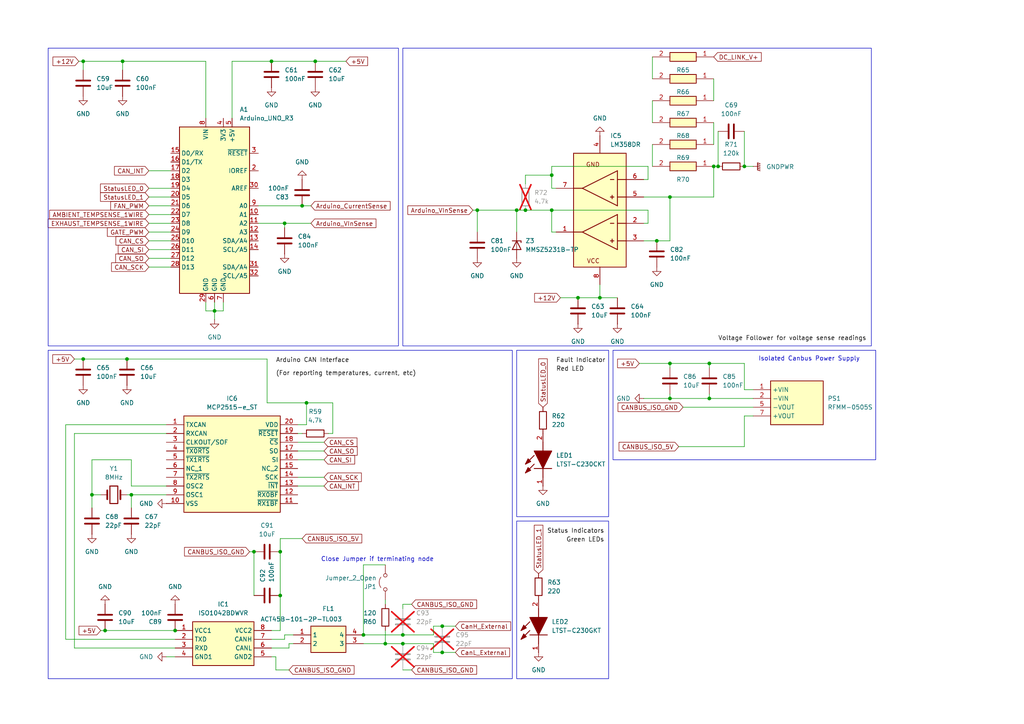
<source format=kicad_sch>
(kicad_sch (version 20250114) (generator "eeschema") (generator_version "9.0")
  (paper "A4")
  (lib_symbols
    (symbol "Device:C" (pin_numbers (hide yes)) (pin_names (offset 0.254))
      (property "Reference" "C" (at 0.635 2.54 0))
      (property "Value" "C" (at 0.635 -2.54 0))
      (symbol "C_1_1"
        (pin passive line (at 0 3.81 270) (length 2.794) (name "~") (number "1"))
        (pin passive line (at 0 -3.81 90) (length 2.794) (name "~") (number "2"))
      )
    )
    (symbol "Device:Crystal" (pin_numbers (hide yes)) (pin_names (offset 1.016) (hide yes))
      (property "Reference" "Y" (at 0 3.81 0))
      (property "Value" "Crystal" (at 0 -3.81 0))
      (symbol "Crystal_1_1"
        (pin passive line (at -3.81 0 0) (length 1.27) (name "1") (number "1"))
        (pin passive line (at 3.81 0 180) (length 1.27) (name "2") (number "2"))
      )
    )
    (symbol "Device:D_Zener" (pin_numbers (hide yes)) (pin_names (offset 1.016) (hide yes))
      (property "Reference" "D" (at 0 2.54 0))
      (property "Value" "D_Zener" (at 0 -2.54 0))
      (symbol "D_Zener_1_1"
        (pin passive line (at -3.81 0 0) (length 2.54) (name "K") (number "1"))
        (pin passive line (at 3.81 0 180) (length 2.54) (name "A") (number "2"))
      )
    )
    (symbol "Device:R" (pin_numbers (hide yes)) (pin_names (offset 0))
      (property "Reference" "R" (at 2.032 0 90))
      (property "Value" "R" (at 0 0 90))
      (symbol "R_1_1"
        (pin passive line (at 0 3.81 270) (length 1.27) (name "~") (number "1"))
        (pin passive line (at 0 -3.81 90) (length 1.27) (name "~") (number "2"))
      )
    )
    (symbol "InverterCom:ACT45B-101-2P-TL003"
      (property "Reference" "FL" (at 16.51 7.62 0))
      (property "Value" "ACT45B-101-2P-TL003" (at 16.51 5.08 0))
      (symbol "ACT45B-101-2P-TL003_1_1"
        (pin passive line (at 0 0 0) (length 5.08) (name "1") (number "1"))
        (pin passive line (at 0 -2.54 0) (length 5.08) (name "2") (number "2"))
        (pin passive line (at 20.32 0 180) (length 5.08) (name "4") (number "4"))
        (pin passive line (at 20.32 -2.54 180) (length 5.08) (name "3") (number "3"))
      )
    )
    (symbol "InverterCom:ISO1042BDWVR"
      (property "Reference" "IC" (at 24.13 7.62 0))
      (property "Value" "ISO1042BDWVR" (at 24.13 5.08 0))
      (symbol "ISO1042BDWVR_1_1"
        (pin passive line (at 0 0 0) (length 5.08) (name "VCC1") (number "1"))
        (pin passive line (at 0 -2.54 0) (length 5.08) (name "TXD") (number "2"))
        (pin passive line (at 0 -5.08 0) (length 5.08) (name "RXD") (number "3"))
        (pin passive line (at 0 -7.62 0) (length 5.08) (name "GND1") (number "4"))
        (pin passive line (at 27.94 0 180) (length 5.08) (name "VCC2") (number "8"))
        (pin passive line (at 27.94 -2.54 180) (length 5.08) (name "CANH") (number "7"))
        (pin passive line (at 27.94 -5.08 180) (length 5.08) (name "CANL") (number "6"))
        (pin passive line (at 27.94 -7.62 180) (length 5.08) (name "GND2") (number "5"))
      )
    )
    (symbol "InverterCom:LM358DR" (pin_names (hide yes))
      (property "Reference" "IC" (at 22.86 17.78 0))
      (property "Value" "LM358DR" (at 22.86 15.24 0))
      (symbol "LM358DR_1_1"
        (text "VCC" (at 12.7 5.08 0) (effects (font (size 1.27 1.27)) (justify left top)))
        (text "GND" (at 12.7 -22.86 0) (effects (font (size 1.27 1.27)) (justify left top)))
        (pin passive line (at 0 0 0) (length 5.08) (name "IN1+") (number "3"))
        (pin passive line (at 0 -5.08 0) (length 5.08) (name "IN1-") (number "2"))
        (pin passive line (at 0 -12.7 0) (length 5.08) (name "IN2+") (number "5"))
        (pin passive line (at 0 -17.78 0) (length 5.08) (name "IN2-") (number "6"))
        (pin passive line (at 12.7 12.7 270) (length 5.08) (name "V+") (number "8"))
        (pin passive line (at 12.7 -30.48 90) (length 5.08) (name "V-") (number "4"))
        (pin passive line (at 25.4 -2.54 180) (length 5.08) (name "OUT1") (number "1"))
        (pin passive line (at 25.4 -15.24 180) (length 5.08) (name "OUT2") (number "7"))
      )
    )
    (symbol "InverterCom:LTST-C230CKT" (pin_names (hide yes))
      (property "Reference" "LED" (at 12.7 8.89 0))
      (property "Value" "LTST-C230CKT" (at 12.7 6.35 0))
      (symbol "LTST-C230CKT_1_1"
        (pin passive line (at 0 0 0) (length 2.54) (name "K") (number "1"))
        (pin passive line (at 15.24 0 180) (length 2.54) (name "A") (number "2"))
      )
    )
    (symbol "InverterCom:LTST-C230GKT" (pin_names (hide yes))
      (property "Reference" "LED" (at 12.7 8.89 0))
      (property "Value" "LTST-C230GKT" (at 12.7 6.35 0))
      (symbol "LTST-C230GKT_1_1"
        (pin passive line (at 0 0 0) (length 2.54) (name "K") (number "1"))
        (pin passive line (at 15.24 0 180) (length 2.54) (name "A") (number "2"))
      )
    )
    (symbol "InverterCom:MCP2515-e_ST"
      (property "Reference" "IC" (at 34.29 7.62 0))
      (property "Value" "MCP2515-e_ST" (at 34.29 5.08 0))
      (symbol "MCP2515-e_ST_1_1"
        (pin passive line (at 0 0 0) (length 5.08) (name "TXCAN") (number "1"))
        (pin passive line (at 0 -2.54 0) (length 5.08) (name "RXCAN") (number "2"))
        (pin passive line (at 0 -5.08 0) (length 5.08) (name "CLKOUT/SOF") (number "3"))
        (pin passive line (at 0 -7.62 0) (length 5.08) (name "~{TX0RTS}") (number "4"))
        (pin passive line (at 0 -10.16 0) (length 5.08) (name "~{TX1RTS}") (number "5"))
        (pin passive line (at 0 -12.7 0) (length 5.08) (name "NC_1") (number "6"))
        (pin passive line (at 0 -15.24 0) (length 5.08) (name "~{TX2RTS}") (number "7"))
        (pin passive line (at 0 -17.78 0) (length 5.08) (name "OSC2") (number "8"))
        (pin passive line (at 0 -20.32 0) (length 5.08) (name "OSC1") (number "9"))
        (pin passive line (at 0 -22.86 0) (length 5.08) (name "VSS") (number "10"))
        (pin passive line (at 38.1 0 180) (length 5.08) (name "VDD") (number "20"))
        (pin passive line (at 38.1 -2.54 180) (length 5.08) (name "~{RESET}") (number "19"))
        (pin passive line (at 38.1 -5.08 180) (length 5.08) (name "~{CS}") (number "18"))
        (pin passive line (at 38.1 -7.62 180) (length 5.08) (name "SO") (number "17"))
        (pin passive line (at 38.1 -10.16 180) (length 5.08) (name "SI") (number "16"))
        (pin passive line (at 38.1 -12.7 180) (length 5.08) (name "NC_2") (number "15"))
        (pin passive line (at 38.1 -15.24 180) (length 5.08) (name "SCK") (number "14"))
        (pin passive line (at 38.1 -17.78 180) (length 5.08) (name "~{INT}") (number "13"))
        (pin passive line (at 38.1 -20.32 180) (length 5.08) (name "~{RX0BF}") (number "12"))
        (pin passive line (at 38.1 -22.86 180) (length 5.08) (name "~{RX1BF}") (number "11"))
      )
    )
    (symbol "InverterCom:RC2512JK-071ML" (pin_names (hide yes))
      (property "Reference" "R" (at 13.97 6.35 0))
      (property "Value" "RC2512JK-071ML" (at 13.97 3.81 0))
      (symbol "RC2512JK-071ML_1_1"
        (pin passive line (at 0 0 0) (length 5.08) (name "1") (number "1"))
        (pin passive line (at 17.78 0 180) (length 5.08) (name "2") (number "2"))
      )
    )
    (symbol "InverterCom:RFMM-0505S"
      (property "Reference" "PS" (at 21.59 7.62 0))
      (property "Value" "RFMM-0505S" (at 21.59 5.08 0))
      (symbol "RFMM-0505S_1_1"
        (pin passive line (at 0 0 0) (length 5.08) (name "+VIN") (number "1"))
        (pin passive line (at 0 -2.54 0) (length 5.08) (name "-VIN") (number "2"))
        (pin passive line (at 0 -5.08 0) (length 5.08) (name "-VOUT") (number "5"))
        (pin passive line (at 0 -7.62 0) (length 5.08) (name "+VOUT") (number "7"))
      )
    )
    (symbol "Jumper:Jumper_2_Open" (pin_numbers (hide yes)) (pin_names (offset 0) (hide yes)) (exclude_from_sim yes)
      (property "Reference" "JP" (at 0 2.794 0))
      (property "Value" "Jumper_2_Open" (at 0 -2.286 0))
      (symbol "Jumper_2_Open_1_1"
        (pin passive line (at -5.08 0 0) (length 2.54) (name "A") (number "1"))
        (pin passive line (at 5.08 0 180) (length 2.54) (name "B") (number "2"))
      )
    )
    (symbol "MCU_Module:Arduino_UNO_R3"
      (property "Reference" "A" (at -10.16 23.495 0))
      (property "Value" "Arduino_UNO_R3" (at 5.08 -26.67 0))
      (symbol "Arduino_UNO_R3_1_1"
        (pin bidirectional line (at -12.7 15.24 0) (length 2.54) (name "D0/RX") (number "15"))
        (pin bidirectional line (at -12.7 12.7 0) (length 2.54) (name "D1/TX") (number "16"))
        (pin bidirectional line (at -12.7 10.16 0) (length 2.54) (name "D2") (number "17"))
        (pin bidirectional line (at -12.7 7.62 0) (length 2.54) (name "D3") (number "18"))
        (pin bidirectional line (at -12.7 5.08 0) (length 2.54) (name "D4") (number "19"))
        (pin bidirectional line (at -12.7 2.54 0) (length 2.54) (name "D5") (number "20"))
        (pin bidirectional line (at -12.7 0 0) (length 2.54) (name "D6") (number "21"))
        (pin bidirectional line (at -12.7 -2.54 0) (length 2.54) (name "D7") (number "22"))
        (pin bidirectional line (at -12.7 -5.08 0) (length 2.54) (name "D8") (number "23"))
        (pin bidirectional line (at -12.7 -7.62 0) (length 2.54) (name "D9") (number "24"))
        (pin bidirectional line (at -12.7 -10.16 0) (length 2.54) (name "D10") (number "25"))
        (pin bidirectional line (at -12.7 -12.7 0) (length 2.54) (name "D11") (number "26"))
        (pin bidirectional line (at -12.7 -15.24 0) (length 2.54) (name "D12") (number "27"))
        (pin bidirectional line (at -12.7 -17.78 0) (length 2.54) (name "D13") (number "28"))
        (pin no_connect line (at -10.16 -20.32 0) (length 2.54) (hide yes) (name "NC") (number "1"))
        (pin power_in line (at -2.54 25.4 270) (length 2.54) (name "VIN") (number "8"))
        (pin power_in line (at -2.54 -27.94 90) (length 2.54) (name "GND") (number "29"))
        (pin power_in line (at 0 -27.94 90) (length 2.54) (name "GND") (number "6"))
        (pin power_out line (at 2.54 25.4 270) (length 2.54) (name "3V3") (number "4"))
        (pin power_in line (at 2.54 -27.94 90) (length 2.54) (name "GND") (number "7"))
        (pin power_out line (at 5.08 25.4 270) (length 2.54) (name "+5V") (number "5"))
        (pin input line (at 12.7 15.24 180) (length 2.54) (name "~{RESET}") (number "3"))
        (pin output line (at 12.7 10.16 180) (length 2.54) (name "IOREF") (number "2"))
        (pin input line (at 12.7 5.08 180) (length 2.54) (name "AREF") (number "30"))
        (pin bidirectional line (at 12.7 0 180) (length 2.54) (name "A0") (number "9"))
        (pin bidirectional line (at 12.7 -2.54 180) (length 2.54) (name "A1") (number "10"))
        (pin bidirectional line (at 12.7 -5.08 180) (length 2.54) (name "A2") (number "11"))
        (pin bidirectional line (at 12.7 -7.62 180) (length 2.54) (name "A3") (number "12"))
        (pin bidirectional line (at 12.7 -10.16 180) (length 2.54) (name "SDA/A4") (number "13"))
        (pin bidirectional line (at 12.7 -12.7 180) (length 2.54) (name "SCL/A5") (number "14"))
        (pin bidirectional line (at 12.7 -17.78 180) (length 2.54) (name "SDA/A4") (number "31"))
        (pin bidirectional line (at 12.7 -20.32 180) (length 2.54) (name "SCL/A5") (number "32"))
      )
    )
    (symbol "power:GND" (power) (pin_numbers (hide yes)) (pin_names (offset 0) (hide yes))
      (property "Value" "GND" (at 0 -3.81 0))
      (symbol "GND_1_1"
        (pin power_in line (at 0 0 270) (length 0) (name "~") (number "1"))
      )
    )
    (symbol "power:GNDPWR" (power) (pin_numbers (hide yes)) (pin_names (offset 0) (hide yes))
      (property "Value" "GNDPWR" (at 0 -3.302 0))
      (symbol "GNDPWR_1_1"
        (pin power_in line (at 0 0 270) (length 0) (name "~") (number "1"))
      )
    )
  )
  (rectangle (start 116.84 13.97) (end 252.73 100.33))
  (rectangle (start 177.8 101.6) (end 254 133.35))
  (rectangle (start 13.97 101.6) (end 148.59 196.85))
  (rectangle (start 149.86 101.6) (end 176.53 149.86))
  (rectangle (start 149.86 151.13) (end 176.53 196.85))
  (rectangle (start 13.97 13.97) (end 115.57 100.33))
  (text "Close Jumper if terminating node\n" (at 109.474 162.306 0) (effects (font (size 1.27 1.27))))
  (text "Isolated Canbus Power Supply\n" (at 234.696 104.14 0) (effects (font (size 1.27 1.27))))
  (junction (at 205.74 115.57))
  (junction (at 208.28 48.26))
  (junction (at 138.43 60.96))
  (junction (at 116.84 184.15))
  (junction (at 26.67 143.51))
  (junction (at 207.01 48.26))
  (junction (at 160.02 50.8))
  (junction (at 24.13 104.14))
  (junction (at 30.48 182.88))
  (junction (at 105.41 184.15))
  (junction (at 205.74 105.41))
  (junction (at 116.84 186.69))
  (junction (at 190.5 69.85))
  (junction (at 91.44 17.78))
  (junction (at 87.63 59.69))
  (junction (at 173.99 86.36))
  (junction (at 24.13 17.78))
  (junction (at 81.28 172.72))
  (junction (at 88.9 116.84))
  (junction (at 128.27 181.61))
  (junction (at 167.64 86.36))
  (junction (at 50.8 182.88))
  (junction (at 128.27 189.23))
  (junction (at 111.76 186.69))
  (junction (at 152.4 60.96))
  (junction (at 36.83 104.14))
  (junction (at 194.31 115.57))
  (junction (at 194.31 57.15))
  (junction (at 149.86 60.96))
  (junction (at 78.74 17.78))
  (junction (at 194.31 105.41))
  (junction (at 38.1 143.51))
  (junction (at 82.55 64.77))
  (junction (at 160.02 60.96))
  (junction (at 215.9 48.26))
  (junction (at 81.28 160.02))
  (junction (at 62.23 90.17))
  (junction (at 73.66 160.02))
  (junction (at 35.56 17.78))
  (wire (pts (xy 116.84 194.31) (xy 119.38 194.31)))
  (wire (pts (xy 125.73 181.61) (xy 125.73 184.15)))
  (wire (pts (xy 194.31 105.41) (xy 194.31 106.68)))
  (wire (pts (xy 205.74 105.41) (xy 215.9 105.41)))
  (wire (pts (xy 86.36 133.35) (xy 93.98 133.35)))
  (wire (pts (xy 194.31 115.57) (xy 205.74 115.57)))
  (wire (pts (xy 81.28 160.02) (xy 81.28 172.72)))
  (wire (pts (xy 128.27 189.23) (xy 132.08 189.23)))
  (wire (pts (xy 43.18 57.15) (xy 49.53 57.15)))
  (wire (pts (xy 86.36 125.73) (xy 87.63 125.73)))
  (wire (pts (xy 80.01 190.5) (xy 78.74 190.5)))
  (wire (pts (xy 105.41 186.69) (xy 111.76 186.69)))
  (wire (pts (xy 74.93 59.69) (xy 87.63 59.69)))
  (wire (pts (xy 19.05 123.19) (xy 19.05 185.42)))
  (wire (pts (xy 82.55 64.77) (xy 90.17 64.77)))
  (wire (pts (xy 80.01 194.31) (xy 80.01 190.5)))
  (wire (pts (xy 198.12 118.11) (xy 218.44 118.11)))
  (wire (pts (xy 205.74 105.41) (xy 205.74 106.68)))
  (wire (pts (xy 26.67 143.51) (xy 26.67 147.32)))
  (wire (pts (xy 77.47 116.84) (xy 88.9 116.84)))
  (wire (pts (xy 96.52 116.84) (xy 88.9 116.84)))
  (wire (pts (xy 208.28 38.1) (xy 208.28 48.26)))
  (wire (pts (xy 35.56 17.78) (xy 59.69 17.78)))
  (wire (pts (xy 205.74 115.57) (xy 218.44 115.57)))
  (wire (pts (xy 26.67 133.35) (xy 26.67 143.51)))
  (wire (pts (xy 81.28 156.21) (xy 81.28 160.02)))
  (wire (pts (xy 111.76 186.69) (xy 116.84 186.69)))
  (wire (pts (xy 207.01 48.26) (xy 208.28 48.26)))
  (wire (pts (xy 137.16 60.96) (xy 138.43 60.96)))
  (wire (pts (xy 21.59 125.73) (xy 21.59 187.96)))
  (wire (pts (xy 95.25 125.73) (xy 96.52 125.73)))
  (wire (pts (xy 207.01 29.21) (xy 207.01 22.86)))
  (wire (pts (xy 128.27 181.61) (xy 132.08 181.61)))
  (wire (pts (xy 43.18 49.53) (xy 49.53 49.53)))
  (wire (pts (xy 29.21 182.88) (xy 30.48 182.88)))
  (wire (pts (xy 43.18 74.93) (xy 49.53 74.93)))
  (wire (pts (xy 21.59 104.14) (xy 24.13 104.14)))
  (wire (pts (xy 105.41 184.15) (xy 116.84 184.15)))
  (wire (pts (xy 83.82 186.69) (xy 85.09 186.69)))
  (wire (pts (xy 30.48 182.88) (xy 50.8 182.88)))
  (wire (pts (xy 167.64 86.36) (xy 173.99 86.36)))
  (wire (pts (xy 67.31 17.78) (xy 78.74 17.78)))
  (wire (pts (xy 207.01 48.26) (xy 207.01 57.15)))
  (wire (pts (xy 160.02 54.61) (xy 161.29 54.61)))
  (wire (pts (xy 67.31 34.29) (xy 67.31 17.78)))
  (wire (pts (xy 152.4 53.34) (xy 152.4 50.8)))
  (wire (pts (xy 82.55 185.42) (xy 78.74 185.42)))
  (wire (pts (xy 179.07 86.36) (xy 173.99 86.36)))
  (wire (pts (xy 48.26 190.5) (xy 50.8 190.5)))
  (wire (pts (xy 149.86 60.96) (xy 152.4 60.96)))
  (wire (pts (xy 24.13 17.78) (xy 35.56 17.78)))
  (wire (pts (xy 185.42 105.41) (xy 194.31 105.41)))
  (wire (pts (xy 187.96 52.07) (xy 186.69 52.07)))
  (wire (pts (xy 96.52 125.73) (xy 96.52 116.84)))
  (wire (pts (xy 189.23 22.86) (xy 189.23 16.51)))
  (wire (pts (xy 77.47 116.84) (xy 77.47 104.14)))
  (wire (pts (xy 62.23 90.17) (xy 62.23 92.71)))
  (wire (pts (xy 194.31 57.15) (xy 207.01 57.15)))
  (wire (pts (xy 189.23 48.26) (xy 189.23 41.91)))
  (wire (pts (xy 38.1 147.32) (xy 38.1 143.51)))
  (wire (pts (xy 24.13 104.14) (xy 36.83 104.14)))
  (wire (pts (xy 22.86 17.78) (xy 24.13 17.78)))
  (wire (pts (xy 218.44 120.65) (xy 215.9 120.65)))
  (wire (pts (xy 152.4 50.8) (xy 160.02 50.8)))
  (wire (pts (xy 187.96 52.07) (xy 187.96 48.26)))
  (wire (pts (xy 160.02 50.8) (xy 160.02 54.61)))
  (wire (pts (xy 43.18 69.85) (xy 49.53 69.85)))
  (wire (pts (xy 83.82 186.69) (xy 83.82 187.96)))
  (wire (pts (xy 81.28 182.88) (xy 78.74 182.88)))
  (wire (pts (xy 43.18 59.69) (xy 49.53 59.69)))
  (wire (pts (xy 43.18 64.77) (xy 49.53 64.77)))
  (wire (pts (xy 83.82 187.96) (xy 78.74 187.96)))
  (wire (pts (xy 24.13 20.32) (xy 24.13 17.78)))
  (wire (pts (xy 111.76 163.83) (xy 105.41 163.83)))
  (wire (pts (xy 35.56 20.32) (xy 35.56 17.78)))
  (wire (pts (xy 194.31 57.15) (xy 194.31 69.85)))
  (wire (pts (xy 43.18 72.39) (xy 49.53 72.39)))
  (wire (pts (xy 215.9 113.03) (xy 218.44 113.03)))
  (wire (pts (xy 81.28 172.72) (xy 81.28 182.88)))
  (wire (pts (xy 111.76 173.99) (xy 111.76 175.26)))
  (wire (pts (xy 125.73 181.61) (xy 128.27 181.61)))
  (wire (pts (xy 62.23 87.63) (xy 62.23 90.17)))
  (wire (pts (xy 111.76 182.88) (xy 111.76 186.69)))
  (wire (pts (xy 149.86 67.31) (xy 149.86 60.96)))
  (wire (pts (xy 91.44 17.78) (xy 100.33 17.78)))
  (wire (pts (xy 86.36 128.27) (xy 93.98 128.27)))
  (wire (pts (xy 43.18 54.61) (xy 49.53 54.61)))
  (wire (pts (xy 48.26 140.97) (xy 38.1 140.97)))
  (wire (pts (xy 190.5 69.85) (xy 186.69 69.85)))
  (wire (pts (xy 19.05 123.19) (xy 48.26 123.19)))
  (wire (pts (xy 36.83 143.51) (xy 38.1 143.51)))
  (wire (pts (xy 215.9 38.1) (xy 215.9 48.26)))
  (wire (pts (xy 187.96 48.26) (xy 160.02 48.26)))
  (wire (pts (xy 116.84 175.26) (xy 116.84 176.53)))
  (wire (pts (xy 186.69 115.57) (xy 194.31 115.57)))
  (wire (pts (xy 160.02 67.31) (xy 161.29 67.31)))
  (wire (pts (xy 194.31 105.41) (xy 205.74 105.41)))
  (wire (pts (xy 187.96 64.77) (xy 187.96 60.96)))
  (wire (pts (xy 196.85 129.54) (xy 215.9 129.54)))
  (wire (pts (xy 19.05 185.42) (xy 50.8 185.42)))
  (wire (pts (xy 72.39 160.02) (xy 73.66 160.02)))
  (wire (pts (xy 73.66 160.02) (xy 73.66 172.72)))
  (wire (pts (xy 125.73 189.23) (xy 128.27 189.23)))
  (wire (pts (xy 38.1 133.35) (xy 26.67 133.35)))
  (wire (pts (xy 87.63 156.21) (xy 81.28 156.21)))
  (wire (pts (xy 78.74 17.78) (xy 91.44 17.78)))
  (wire (pts (xy 43.18 77.47) (xy 49.53 77.47)))
  (wire (pts (xy 160.02 60.96) (xy 187.96 60.96)))
  (wire (pts (xy 82.55 184.15) (xy 82.55 185.42)))
  (wire (pts (xy 38.1 143.51) (xy 48.26 143.51)))
  (wire (pts (xy 205.74 114.3) (xy 205.74 115.57)))
  (wire (pts (xy 21.59 125.73) (xy 48.26 125.73)))
  (wire (pts (xy 138.43 60.96) (xy 138.43 67.31)))
  (wire (pts (xy 64.77 87.63) (xy 64.77 90.17)))
  (wire (pts (xy 21.59 187.96) (xy 50.8 187.96)))
  (wire (pts (xy 160.02 48.26) (xy 160.02 50.8)))
  (wire (pts (xy 86.36 140.97) (xy 93.98 140.97)))
  (wire (pts (xy 43.18 62.23) (xy 49.53 62.23)))
  (wire (pts (xy 38.1 140.97) (xy 38.1 133.35)))
  (wire (pts (xy 173.99 82.55) (xy 173.99 86.36)))
  (wire (pts (xy 59.69 17.78) (xy 59.69 34.29)))
  (wire (pts (xy 86.36 138.43) (xy 93.98 138.43)))
  (wire (pts (xy 215.9 120.65) (xy 215.9 129.54)))
  (wire (pts (xy 186.69 64.77) (xy 187.96 64.77)))
  (wire (pts (xy 186.69 57.15) (xy 194.31 57.15)))
  (wire (pts (xy 86.36 130.81) (xy 93.98 130.81)))
  (wire (pts (xy 59.69 90.17) (xy 62.23 90.17)))
  (wire (pts (xy 125.73 189.23) (xy 125.73 186.69)))
  (wire (pts (xy 83.82 194.31) (xy 80.01 194.31)))
  (wire (pts (xy 160.02 60.96) (xy 160.02 67.31)))
  (wire (pts (xy 26.67 143.51) (xy 29.21 143.51)))
  (wire (pts (xy 59.69 87.63) (xy 59.69 90.17)))
  (wire (pts (xy 194.31 69.85) (xy 190.5 69.85)))
  (wire (pts (xy 87.63 59.69) (xy 90.17 59.69)))
  (wire (pts (xy 116.84 184.15) (xy 125.73 184.15)))
  (wire (pts (xy 74.93 64.77) (xy 82.55 64.77)))
  (wire (pts (xy 105.41 163.83) (xy 105.41 184.15)))
  (wire (pts (xy 82.55 184.15) (xy 85.09 184.15)))
  (wire (pts (xy 116.84 186.69) (xy 125.73 186.69)))
  (wire (pts (xy 194.31 114.3) (xy 194.31 115.57)))
  (wire (pts (xy 86.36 123.19) (xy 88.9 123.19)))
  (wire (pts (xy 162.56 86.36) (xy 167.64 86.36)))
  (wire (pts (xy 43.18 67.31) (xy 49.53 67.31)))
  (wire (pts (xy 119.38 175.26) (xy 116.84 175.26)))
  (wire (pts (xy 189.23 35.56) (xy 189.23 29.21)))
  (wire (pts (xy 218.44 48.26) (xy 215.9 48.26)))
  (wire (pts (xy 207.01 41.91) (xy 207.01 35.56)))
  (wire (pts (xy 152.4 60.96) (xy 160.02 60.96)))
  (wire (pts (xy 64.77 90.17) (xy 62.23 90.17)))
  (wire (pts (xy 77.47 104.14) (xy 36.83 104.14)))
  (wire (pts (xy 215.9 105.41) (xy 215.9 113.03)))
  (wire (pts (xy 138.43 60.96) (xy 149.86 60.96)))
  (wire (pts (xy 82.55 64.77) (xy 82.55 66.04)))
  (wire (pts (xy 88.9 123.19) (xy 88.9 116.84)))
  (label "Arduino CAN Interface" (at 80.01 105.41 0))
  (label "(For reporting temperatures, current, etc)" (at 80.01 109.22 0))
  (label "Voltage Follower for voltage sense readings" (at 208.28 99.06 0))
  (label "Red LED" (at 161.29 107.95 0))
  (label "Status Indicators" (at 175.26 154.94 180))
  (label "Fault Indicator" (at 161.29 105.41 0))
  (label "Green LEDs" (at 175.26 157.48 180))
  (global_label "+5V" (shape input) (at 21.59 104.14 180) (property "Intersheetrefs" "${INTERSHEET_REFS}" (effects (hide yes))))
  (global_label "CANBUS_ISO_GND" (shape input) (at 72.39 160.02 180) (property "Intersheetrefs" "${INTERSHEET_REFS}" (effects (hide yes))))
  (global_label "GATE_PWM" (shape input) (at 43.18 67.31 180) (property "Intersheetrefs" "${INTERSHEET_REFS}" (effects (hide yes))))
  (global_label "CANBUS_ISO_5V" (shape input) (at 87.63 156.21 0) (property "Intersheetrefs" "${INTERSHEET_REFS}" (effects (hide yes))))
  (global_label "CANBUS_ISO_GND" (shape input) (at 198.12 118.11 180) (property "Intersheetrefs" "${INTERSHEET_REFS}" (effects (hide yes))))
  (global_label "+5V" (shape input) (at 29.21 182.88 180) (property "Intersheetrefs" "${INTERSHEET_REFS}" (effects (hide yes))))
  (global_label "CAN_SO" (shape input) (at 93.98 130.81 0) (property "Intersheetrefs" "${INTERSHEET_REFS}" (effects (hide yes))))
  (global_label "CANBUS_ISO_GND" (shape input) (at 119.38 175.26 0) (property "Intersheetrefs" "${INTERSHEET_REFS}" (effects (hide yes))))
  (global_label "CAN_INT" (shape input) (at 43.18 49.53 180) (property "Intersheetrefs" "${INTERSHEET_REFS}" (effects (hide yes))))
  (global_label "AMBIENT_TEMPSENSE_1WIRE" (shape input) (at 43.18 62.23 180) (property "Intersheetrefs" "${INTERSHEET_REFS}" (effects (hide yes))))
  (global_label "Arduino_CurrentSense" (shape input) (at 90.17 59.69 0) (property "Intersheetrefs" "${INTERSHEET_REFS}" (effects (hide yes))))
  (global_label "+5V" (shape input) (at 100.33 17.78 0) (property "Intersheetrefs" "${INTERSHEET_REFS}" (effects (hide yes))))
  (global_label "+12V" (shape input) (at 22.86 17.78 180) (property "Intersheetrefs" "${INTERSHEET_REFS}" (effects (hide yes))))
  (global_label "CANBUS_ISO_GND" (shape input) (at 119.38 194.31 0) (property "Intersheetrefs" "${INTERSHEET_REFS}" (effects (hide yes))))
  (global_label "CAN_SO" (shape input) (at 43.18 74.93 180) (property "Intersheetrefs" "${INTERSHEET_REFS}" (effects (hide yes))))
  (global_label "CAN_SI" (shape input) (at 43.18 72.39 180) (property "Intersheetrefs" "${INTERSHEET_REFS}" (effects (hide yes))))
  (global_label "CAN_SCK" (shape input) (at 43.18 77.47 180) (property "Intersheetrefs" "${INTERSHEET_REFS}" (effects (hide yes))))
  (global_label "CAN_CS" (shape input) (at 93.98 128.27 0) (property "Intersheetrefs" "${INTERSHEET_REFS}" (effects (hide yes))))
  (global_label "+12V" (shape input) (at 162.56 86.36 180) (property "Intersheetrefs" "${INTERSHEET_REFS}" (effects (hide yes))))
  (global_label "FAN_PWM" (shape input) (at 43.18 59.69 180) (property "Intersheetrefs" "${INTERSHEET_REFS}" (effects (hide yes))))
  (global_label "Arduino_VInSense" (shape input) (at 137.16 60.96 180) (property "Intersheetrefs" "${INTERSHEET_REFS}" (effects (hide yes))))
  (global_label "CAN_INT" (shape input) (at 93.98 140.97 0) (property "Intersheetrefs" "${INTERSHEET_REFS}" (effects (hide yes))))
  (global_label "CanH_External" (shape input) (at 132.08 181.61 0) (property "Intersheetrefs" "${INTERSHEET_REFS}" (effects (hide yes))))
  (global_label "StatusLED_0" (shape input) (at 43.18 54.61 180) (property "Intersheetrefs" "${INTERSHEET_REFS}" (effects (hide yes))))
  (global_label "CanL_External" (shape input) (at 132.08 189.23 0) (property "Intersheetrefs" "${INTERSHEET_REFS}" (effects (hide yes))))
  (global_label "CAN_SCK" (shape input) (at 93.98 138.43 0) (property "Intersheetrefs" "${INTERSHEET_REFS}" (effects (hide yes))))
  (global_label "CAN_CS" (shape input) (at 43.18 69.85 180) (property "Intersheetrefs" "${INTERSHEET_REFS}" (effects (hide yes))))
  (global_label "CANBUS_ISO_GND" (shape input) (at 83.82 194.31 0) (property "Intersheetrefs" "${INTERSHEET_REFS}" (effects (hide yes))))
  (global_label "+5V" (shape input) (at 185.42 105.41 180) (property "Intersheetrefs" "${INTERSHEET_REFS}" (effects (hide yes))))
  (global_label "StatusLED_0" (shape input) (at 157.48 118.11 90) (property "Intersheetrefs" "${INTERSHEET_REFS}" (effects (hide yes))))
  (global_label "StatusLED_1" (shape input) (at 156.21 166.37 90) (property "Intersheetrefs" "${INTERSHEET_REFS}" (effects (hide yes))))
  (global_label "StatusLED_1" (shape input) (at 43.18 57.15 180) (property "Intersheetrefs" "${INTERSHEET_REFS}" (effects (hide yes))))
  (global_label "DC_LINK_V+" (shape input) (at 207.01 16.51 0) (property "Intersheetrefs" "${INTERSHEET_REFS}" (effects (hide yes))))
  (global_label "EXHAUST_TEMPSENSE_1WIRE" (shape input) (at 43.18 64.77 180) (property "Intersheetrefs" "${INTERSHEET_REFS}" (effects (hide yes))))
  (global_label "Arduino_VInSense" (shape input) (at 90.17 64.77 0) (property "Intersheetrefs" "${INTERSHEET_REFS}" (effects (hide yes))))
  (global_label "CAN_SI" (shape input) (at 93.98 133.35 0) (property "Intersheetrefs" "${INTERSHEET_REFS}" (effects (hide yes))))
  (global_label "CANBUS_ISO_5V" (shape input) (at 196.85 129.54 180) (property "Intersheetrefs" "${INTERSHEET_REFS}" (effects (hide yes))))
  (symbol (lib_id "power:GND") (at 50.8 175.26 180) (unit 1)
    (property "Reference" "#PWR089" (effects (hide yes)))
    (property "Value" "GND" (at 50.8 170.18 0))
    (property "Description" "Power symbol creates a global label with name \"GND\" , ground" (effects (hide yes)))
  )
  (symbol (lib_id "InverterCom:ISO1042BDWVR") (at 50.8 182.88 0) (unit 1)
    (property "Reference" "IC1" (at 64.77 175.26 0))
    (property "Value" "ISO1042BDWVR" (at 64.77 177.8 0))
    (property "Footprint" "InverterCom:SOIC127P1150X280-8N" (effects (hide yes)))
    (property "Datasheet" "http://www.ti.com/lit/gpn/ISO1042" (effects (hide yes)))
    (property "Description" "Isolated CAN Transceiver With 70-V Bus Fault Protection and Flexible Data Rate" (effects (hide yes)))
    (property "Height" "2.8" (effects (hide yes)))
    (property "Mouser Part Number" "595-ISO1042BDWVR" (effects (hide yes)))
    (property "Mouser Price/Stock" "https://www.mouser.co.uk/ProductDetail/Texas-Instruments/ISO1042BDWVR?qs=qSfuJ%252Bfl%2Fd68DAhWt0GTEQ%3D%3D" (effects (hide yes)))
    (property "Manufacturer_Name" "Texas Instruments" (effects (hide yes)))
    (property "Manufacturer_Part_Number" "ISO1042BDWVR" (effects (hide yes)))
  )
  (symbol (lib_id "power:GND") (at 38.1 154.94 0) (unit 1)
    (property "Reference" "#PWR083" (effects (hide yes)))
    (property "Value" "GND" (at 38.1 160.02 0))
    (property "Description" "Power symbol creates a global label with name \"GND\" , ground" (effects (hide yes)))
  )
  (symbol (lib_id "Device:C") (at 190.5 73.66 0) (unit 1)
    (property "Reference" "C82" (at 194.31 72.3899 0) (effects (justify left)))
    (property "Value" "100nF" (at 194.31 74.9299 0) (effects (justify left)))
    (property "Footprint" "Capacitor_SMD:C_1210_3225Metric_Pad1.33x2.70mm_HandSolder" (effects (hide yes)))
    (property "Description" "Unpolarized capacitor" (effects (hide yes)))
  )
  (symbol (lib_id "Device:Crystal") (at 33.02 143.51 0) (unit 1)
    (property "Reference" "Y1" (at 33.02 135.89 0))
    (property "Value" "8MHz" (at 33.02 138.43 0))
    (property "Footprint" "Crystal:Crystal_HC49-4H_Vertical" (effects (hide yes)))
    (property "Description" "Two pin crystal" (effects (hide yes)))
  )
  (symbol (lib_id "power:GND") (at 62.23 92.71 0) (unit 1)
    (property "Reference" "#PWR06" (effects (hide yes)))
    (property "Value" "GND" (at 62.23 97.79 0))
    (property "Description" "Power symbol creates a global label with name \"GND\" , ground" (effects (hide yes)))
  )
  (symbol (lib_id "Device:R") (at 111.76 179.07 0) (unit 1)
    (property "Reference" "R60" (at 109.22 180.3401 0) (effects (justify right)))
    (property "Value" "120" (at 109.22 177.8001 0) (effects (justify right)))
    (property "Footprint" "Resistor_SMD:R_1210_3225Metric_Pad1.30x2.65mm_HandSolder" (effects (hide yes)))
    (property "Description" "Resistor" (effects (hide yes)))
  )
  (symbol (lib_id "MCU_Module:Arduino_UNO_R3") (at 62.23 59.69 0) (unit 1)
    (property "Reference" "A1" (at 69.5041 31.75 0) (effects (justify left)))
    (property "Value" "Arduino_UNO_R3" (at 69.5041 34.29 0) (effects (justify left)))
    (property "Footprint" "InverterCom:Arduino_UNO_R3_ModifiedCourtyard" (effects (hide yes)))
    (property "Datasheet" "https://www.arduino.cc/en/Main/arduinoBoardUno" (effects (hide yes)))
    (property "Description" "Arduino UNO Microcontroller Module, release 3" (effects (hide yes)))
  )
  (symbol (lib_id "InverterCom:RFMM-0505S") (at 218.44 113.03 0) (unit 1)
    (property "Reference" "PS1" (at 240.03 115.5699 0) (effects (justify left)))
    (property "Value" "RFMM-0505S" (at 240.03 118.1099 0) (effects (justify left)))
    (property "Footprint" "InverterCom:RFMM0505S" (effects (hide yes)))
    (property "Datasheet" "https://www.recom-power.com/pdf/Econoline/RFMM.pdf" (effects (hide yes)))
    (property "Description" "Isolated DC/DC Converters 1W 5Vin 5Vout 200mA SIP7" (effects (hide yes)))
    (property "Height" "10.7" (effects (hide yes)))
    (property "Mouser Part Number" "919-RFMM-0505S" (effects (hide yes)))
    (property "Mouser Price/Stock" "https://www.mouser.co.uk/ProductDetail/RECOM-Power/RFMM-0505S?qs=lYGu3FyN48cLA%2FDlNgurmw%3D%3D" (effects (hide yes)))
    (property "Manufacturer_Name" "RECOM Power" (effects (hide yes)))
    (property "Manufacturer_Part_Number" "RFMM-0505S" (effects (hide yes)))
  )
  (symbol (lib_id "Device:C") (at 116.84 190.5 0) (unit 1) (dnp yes)
    (property "Reference" "C94" (at 120.65 187.9599 0) (effects (justify left)))
    (property "Value" "22pF" (at 120.65 190.4999 0) (effects (justify left)))
    (property "Footprint" "Capacitor_SMD:C_1210_3225Metric_Pad1.33x2.70mm_HandSolder" (effects (hide yes)))
    (property "Description" "Unpolarized capacitor" (effects (hide yes)))
  )
  (symbol (lib_id "power:GND") (at 190.5 77.47 0) (unit 1)
    (property "Reference" "#PWR078" (effects (hide yes)))
    (property "Value" "GND" (at 190.5 82.55 0))
    (property "Description" "Power symbol creates a global label with name \"GND\" , ground" (effects (hide yes)))
  )
  (symbol (lib_id "power:GND") (at 36.83 111.76 0) (unit 1)
    (property "Reference" "#PWR081" (effects (hide yes)))
    (property "Value" "GND" (at 36.83 116.84 0))
    (property "Description" "Power symbol creates a global label with name \"GND\" , ground" (effects (hide yes)))
  )
  (symbol (lib_id "Device:C") (at 78.74 21.59 0) (unit 1)
    (property "Reference" "C61" (at 82.55 20.3199 0) (effects (justify left)))
    (property "Value" "100nF" (at 82.55 22.86 0) (effects (justify left)))
    (property "Footprint" "Capacitor_SMD:C_1210_3225Metric_Pad1.33x2.70mm_HandSolder" (effects (hide yes)))
    (property "Description" "Unpolarized capacitor" (effects (hide yes)))
  )
  (symbol (lib_id "Device:C") (at 24.13 107.95 0) (unit 1)
    (property "Reference" "C65" (at 27.94 106.6799 0) (effects (justify left)))
    (property "Value" "100nF" (at 27.94 109.22 0) (effects (justify left)))
    (property "Footprint" "Capacitor_SMD:C_1210_3225Metric_Pad1.33x2.70mm_HandSolder" (effects (hide yes)))
    (property "Description" "Unpolarized capacitor" (effects (hide yes)))
  )
  (symbol (lib_id "InverterCom:RC2512JK-071ML") (at 207.01 29.21 180) (unit 1)
    (property "Reference" "R67" (at 198.12 33.02 0))
    (property "Value" "RC2512JK-071ML" (effects (hide yes)))
    (property "Footprint" "InverterCom:RESC6431X65N" (effects (hide yes)))
    (property "Datasheet" "https://www.yageo.com/upload/media/product/products/datasheet/rchip/PYu-RC_Group_51_RoHS_L_12.pdf" (effects (hide yes)))
    (property "Description" "1 MOhms +/-5% 1W Chip Resistor 2512 (6432 Metric) Moisture Resistant Thick Film" (effects (hide yes)))
    (property "Height" "0.65" (effects (hide yes)))
    (property "Mouser Part Number" "603-RC2512JK-071ML" (effects (hide yes)))
    (property "Mouser Price/Stock" "https://www.mouser.co.uk/ProductDetail/YAGEO/RC2512JK-071ML?qs=Fz%2FrpjPuTcGzVNzRy4mnPw%3D%3D" (effects (hide yes)))
    (property "Manufacturer_Name" "YAGEO" (effects (hide yes)))
    (property "Manufacturer_Part_Number" "RC2512JK-071ML" (effects (hide yes)))
  )
  (symbol (lib_id "InverterCom:LM358DR") (at 186.69 69.85 180) (unit 1)
    (property "Reference" "IC5" (at 177.0065 39.37 0) (effects (justify right)))
    (property "Value" "LM358DR" (at 177.0065 41.91 0) (effects (justify right)))
    (property "Footprint" "InverterCom:SOIC127P600X175-8N" (effects (hide yes)))
    (property "Datasheet" "https://www.ti.com/lit/ds/symlink/lm358.pdf?ts=1593170624750&ref_url=https%253A%252F%252Fwww.ti.com%252Fstore%252Fti%252Fen%252Fp%252Fproduct%252F%253Fp%253DLM358DR%2526keyMatch%253DLM358DR%2526tisearch%253DSearch-EN-everything%2526usecase%253DOPN" (effects (hide yes)))
    (property "Description" "LM358DR, Operational Amplifier 0.7MHz 5 to 28V, 8-Pin SOIC" (effects (hide yes)))
    (property "Height" "1.75" (effects (hide yes)))
    (property "Mouser Part Number" "595-LM358DR" (effects (hide yes)))
    (property "Mouser Price/Stock" "https://www.mouser.co.uk/ProductDetail/Texas-Instruments/LM358DR?qs=Zu35EjizYSSY6pJ37yjmHA%3D%3D" (effects (hide yes)))
    (property "Manufacturer_Name" "Texas Instruments" (effects (hide yes)))
    (property "Manufacturer_Part_Number" "LM358DR" (effects (hide yes)))
  )
  (symbol (lib_id "power:GND") (at 167.64 93.98 0) (unit 1)
    (property "Reference" "#PWR068" (effects (hide yes)))
    (property "Value" "GND" (at 167.64 99.06 0))
    (property "Description" "Power symbol creates a global label with name \"GND\" , ground" (effects (hide yes)))
  )
  (symbol (lib_id "power:GND") (at 24.13 27.94 0) (unit 1)
    (property "Reference" "#PWR064" (effects (hide yes)))
    (property "Value" "GND" (at 24.13 33.02 0))
    (property "Description" "Power symbol creates a global label with name \"GND\" , ground" (effects (hide yes)))
  )
  (symbol (lib_id "power:GND") (at 48.26 146.05 270) (unit 1)
    (property "Reference" "#PWR082" (effects (hide yes)))
    (property "Value" "GND" (at 44.45 146.0499 90) (effects (justify right)))
    (property "Description" "Power symbol creates a global label with name \"GND\" , ground" (effects (hide yes)))
  )
  (symbol (lib_id "Device:C") (at 91.44 21.59 0) (unit 1)
    (property "Reference" "C62" (at 95.25 20.3199 0) (effects (justify left)))
    (property "Value" "10uF" (at 95.25 22.8599 0) (effects (justify left)))
    (property "Footprint" "Capacitor_SMD:C_1210_3225Metric_Pad1.33x2.70mm_HandSolder" (effects (hide yes)))
    (property "Description" "Unpolarized capacitor" (effects (hide yes)))
  )
  (symbol (lib_id "power:GNDPWR") (at 218.44 48.26 90) (unit 1)
    (property "Reference" "#PWR03" (effects (hide yes)))
    (property "Value" "GNDPWR" (at 222.25 48.3869 90) (effects (justify right)))
    (property "Description" "Power symbol creates a global label with name \"GNDPWR\" , global ground" (effects (hide yes)))
  )
  (symbol (lib_id "power:GND") (at 138.43 74.93 0) (unit 1)
    (property "Reference" "#PWR077" (effects (hide yes)))
    (property "Value" "GND" (at 138.43 80.01 0))
    (property "Description" "Power symbol creates a global label with name \"GND\" , ground" (effects (hide yes)))
  )
  (symbol (lib_id "InverterCom:MCP2515-e_ST") (at 48.26 123.19 0) (unit 1)
    (property "Reference" "IC6" (at 67.31 115.57 0))
    (property "Value" "MCP2515-e_ST" (at 67.31 118.11 0))
    (property "Footprint" "InverterCom:SOP65P640X120-20N" (effects (hide yes)))
    (property "Datasheet" "https://datasheet.datasheetarchive.com/originals/distributors/SFDatasheet-4/sf-00090060.pdf" (effects (hide yes)))
    (property "Description" "CAN controller with SPI, 125 degC" (effects (hide yes)))
    (property "Height" "1.2" (effects (hide yes)))
    (property "Mouser Part Number" "579-MCP2515-E/ST" (effects (hide yes)))
    (property "Mouser Price/Stock" "https://www.mouser.co.uk/ProductDetail/Microchip-Technology/MCP2515-E-ST?qs=y1t9dHv1DsIvDWDHTyyG6w%3D%3D" (effects (hide yes)))
    (property "Manufacturer_Name" "Microchip" (effects (hide yes)))
    (property "Manufacturer_Part_Number" "MCP2515-e/ST" (effects (hide yes)))
  )
  (symbol (lib_id "Device:C") (at 179.07 90.17 0) (unit 1)
    (property "Reference" "C64" (at 182.88 88.8999 0) (effects (justify left)))
    (property "Value" "100nF" (at 182.88 91.4399 0) (effects (justify left)))
    (property "Footprint" "Capacitor_SMD:C_1210_3225Metric_Pad1.33x2.70mm_HandSolder" (effects (hide yes)))
    (property "Description" "Unpolarized capacitor" (effects (hide yes)))
  )
  (symbol (lib_id "power:GND") (at 173.99 39.37 180) (unit 1)
    (property "Reference" "#PWR069" (effects (hide yes)))
    (property "Value" "GND" (at 173.99 34.29 0))
    (property "Description" "Power symbol creates a global label with name \"GND\" , ground" (effects (hide yes)))
  )
  (symbol (lib_id "Device:C") (at 36.83 107.95 0) (unit 1)
    (property "Reference" "C66" (at 40.64 106.6799 0) (effects (justify left)))
    (property "Value" "10uF" (at 40.64 109.2199 0) (effects (justify left)))
    (property "Footprint" "Capacitor_SMD:C_1210_3225Metric_Pad1.33x2.70mm_HandSolder" (effects (hide yes)))
    (property "Description" "Unpolarized capacitor" (effects (hide yes)))
  )
  (symbol (lib_id "power:GND") (at 156.21 189.23 0) (unit 1)
    (property "Reference" "#PWR092" (effects (hide yes)))
    (property "Value" "GND" (at 156.21 194.31 0))
    (property "Description" "Power symbol creates a global label with name \"GND\" , ground" (effects (hide yes)))
  )
  (symbol (lib_id "InverterCom:RC2512JK-071ML") (at 207.01 22.86 180) (unit 1)
    (property "Reference" "R66" (at 198.12 26.67 0))
    (property "Value" "RC2512JK-071ML" (effects (hide yes)))
    (property "Footprint" "InverterCom:RESC6431X65N" (effects (hide yes)))
    (property "Datasheet" "https://www.yageo.com/upload/media/product/products/datasheet/rchip/PYu-RC_Group_51_RoHS_L_12.pdf" (effects (hide yes)))
    (property "Description" "1 MOhms +/-5% 1W Chip Resistor 2512 (6432 Metric) Moisture Resistant Thick Film" (effects (hide yes)))
    (property "Height" "0.65" (effects (hide yes)))
    (property "Mouser Part Number" "603-RC2512JK-071ML" (effects (hide yes)))
    (property "Mouser Price/Stock" "https://www.mouser.co.uk/ProductDetail/YAGEO/RC2512JK-071ML?qs=Fz%2FrpjPuTcGzVNzRy4mnPw%3D%3D" (effects (hide yes)))
    (property "Manufacturer_Name" "YAGEO" (effects (hide yes)))
    (property "Manufacturer_Part_Number" "RC2512JK-071ML" (effects (hide yes)))
  )
  (symbol (lib_id "Device:C") (at 77.47 160.02 270) (unit 1)
    (property "Reference" "C91" (at 77.47 152.4 90))
    (property "Value" "10uF" (at 77.47 154.94 90))
    (property "Footprint" "Capacitor_SMD:C_1210_3225Metric_Pad1.33x2.70mm_HandSolder" (effects (hide yes)))
    (property "Description" "Unpolarized capacitor" (effects (hide yes)))
  )
  (symbol (lib_id "InverterCom:LTST-C230CKT") (at 157.48 140.97 90) (unit 1)
    (property "Reference" "LED1" (at 161.29 132.0799 90) (effects (justify right)))
    (property "Value" "LTST-C230CKT" (at 161.29 134.6199 90) (effects (justify right)))
    (property "Footprint" "InverterCom:LEDC3216X120N" (effects (hide yes)))
    (property "Description" "Standard LEDs - SMD Red Clear 638nm" (effects (hide yes)))
    (property "Height" "1.2" (effects (hide yes)))
    (property "Mouser Part Number" "859-LTST-C230CKT" (effects (hide yes)))
    (property "Mouser Price/Stock" "https://www.mouser.co.uk/ProductDetail/Lite-On/LTST-C230CKT?qs=Ajas4iFhtucdJAOTHdHdqw%3D%3D" (effects (hide yes)))
    (property "Manufacturer_Name" "Lite-On" (effects (hide yes)))
    (property "Manufacturer_Part_Number" "LTST-C230CKT" (effects (hide yes)))
  )
  (symbol (lib_id "Device:C") (at 35.56 24.13 0) (unit 1)
    (property "Reference" "C60" (at 39.37 22.8599 0) (effects (justify left)))
    (property "Value" "100nF" (at 39.37 25.4 0) (effects (justify left)))
    (property "Footprint" "Capacitor_SMD:C_1210_3225Metric_Pad1.33x2.70mm_HandSolder" (effects (hide yes)))
    (property "Description" "Unpolarized capacitor" (effects (hide yes)))
  )
  (symbol (lib_id "Jumper:Jumper_2_Open") (at 111.76 168.91 90) (unit 1) (exclude_from_sim yes)
    (property "Reference" "JP1" (at 109.22 170.1801 90) (effects (justify left)))
    (property "Value" "Jumper_2_Open" (at 109.22 167.6401 90) (effects (justify left)))
    (property "Footprint" "Connector_PinHeader_2.54mm:PinHeader_1x02_P2.54mm_Vertical" (effects (hide yes)))
    (property "Description" "Jumper, 2-pole, open" (effects (hide yes)))
  )
  (symbol (lib_id "Device:R") (at 156.21 170.18 0) (unit 1)
    (property "Reference" "R63" (at 158.75 168.9099 0) (effects (justify left)))
    (property "Value" "220" (at 158.75 171.4499 0) (effects (justify left)))
    (property "Footprint" "Resistor_SMD:R_1210_3225Metric_Pad1.30x2.65mm_HandSolder" (effects (hide yes)))
    (property "Description" "Resistor" (effects (hide yes)))
  )
  (symbol (lib_id "Device:C") (at 38.1 151.13 0) (unit 1)
    (property "Reference" "C67" (at 41.91 149.8599 0) (effects (justify left)))
    (property "Value" "22pF" (at 41.91 152.3999 0) (effects (justify left)))
    (property "Footprint" "Capacitor_SMD:C_1210_3225Metric_Pad1.33x2.70mm_HandSolder" (effects (hide yes)))
    (property "Description" "Unpolarized capacitor" (effects (hide yes)))
  )
  (symbol (lib_id "power:GND") (at 24.13 111.76 0) (unit 1)
    (property "Reference" "#PWR080" (effects (hide yes)))
    (property "Value" "GND" (at 24.13 116.84 0))
    (property "Description" "Power symbol creates a global label with name \"GND\" , ground" (effects (hide yes)))
  )
  (symbol (lib_id "Device:R") (at 152.4 57.15 180) (unit 1) (dnp yes)
    (property "Reference" "R72" (at 154.94 55.8799 0) (effects (justify right)))
    (property "Value" "4.7k" (at 154.94 58.4199 0) (effects (justify right)))
    (property "Footprint" "Resistor_SMD:R_1210_3225Metric_Pad1.30x2.65mm_HandSolder" (effects (hide yes)))
    (property "Description" "Resistor" (effects (hide yes)))
  )
  (symbol (lib_id "Device:R") (at 157.48 121.92 0) (unit 1)
    (property "Reference" "R62" (at 160.02 120.6499 0) (effects (justify left)))
    (property "Value" "220" (at 160.02 123.1899 0) (effects (justify left)))
    (property "Footprint" "Resistor_SMD:R_1210_3225Metric_Pad1.30x2.65mm_HandSolder" (effects (hide yes)))
    (property "Description" "Resistor" (effects (hide yes)))
  )
  (symbol (lib_id "Device:C") (at 167.64 90.17 0) (unit 1)
    (property "Reference" "C63" (at 171.45 88.8999 0) (effects (justify left)))
    (property "Value" "10uF" (at 171.45 91.4399 0) (effects (justify left)))
    (property "Footprint" "Capacitor_SMD:C_1210_3225Metric_Pad1.33x2.70mm_HandSolder" (effects (hide yes)))
    (property "Description" "Unpolarized capacitor" (effects (hide yes)))
  )
  (symbol (lib_id "Device:C") (at 116.84 180.34 0) (unit 1) (dnp yes)
    (property "Reference" "C93" (at 120.65 177.7999 0) (effects (justify left)))
    (property "Value" "22pF" (at 120.65 180.3399 0) (effects (justify left)))
    (property "Footprint" "Capacitor_SMD:C_1210_3225Metric_Pad1.33x2.70mm_HandSolder" (effects (hide yes)))
    (property "Description" "Unpolarized capacitor" (effects (hide yes)))
  )
  (symbol (lib_id "Device:C") (at 77.47 172.72 90) (unit 1)
    (property "Reference" "C92" (at 76.1999 168.91 0) (effects (justify left)))
    (property "Value" "100nF" (at 78.74 168.91 0) (effects (justify left)))
    (property "Footprint" "Capacitor_SMD:C_1210_3225Metric_Pad1.33x2.70mm_HandSolder" (effects (hide yes)))
    (property "Description" "Unpolarized capacitor" (effects (hide yes)))
  )
  (symbol (lib_id "InverterCom:LTST-C230GKT") (at 156.21 189.23 90) (unit 1)
    (property "Reference" "LED2" (at 160.02 180.3399 90) (effects (justify right)))
    (property "Value" "LTST-C230GKT" (at 160.02 182.8799 90) (effects (justify right)))
    (property "Footprint" "InverterCom:LEDC3216X120N" (effects (hide yes)))
    (property "Description" "Lite-On LTST-C230GKT Green LED, 569 nm, 3016 (1206), Rectangle Lens SMD Package" (effects (hide yes)))
    (property "Height" "1.2" (effects (hide yes)))
    (property "Mouser Part Number" "859-LTST-C230GKT" (effects (hide yes)))
    (property "Mouser Price/Stock" "https://www.mouser.co.uk/ProductDetail/Lite-On/LTST-C230GKT?qs=7ZnIBiPc9DrbEstVFO1DAg%3D%3D" (effects (hide yes)))
    (property "Manufacturer_Name" "Lite-On" (effects (hide yes)))
    (property "Manufacturer_Part_Number" "LTST-C230GKT" (effects (hide yes)))
  )
  (symbol (lib_id "power:GND") (at 149.86 74.93 0) (unit 1)
    (property "Reference" "#PWR087" (effects (hide yes)))
    (property "Value" "GND" (at 149.86 80.01 0))
    (property "Description" "Power symbol creates a global label with name \"GND\" , ground" (effects (hide yes)))
  )
  (symbol (lib_id "Device:C") (at 26.67 151.13 0) (unit 1)
    (property "Reference" "C68" (at 30.48 149.8599 0) (effects (justify left)))
    (property "Value" "22pF" (at 30.48 152.3999 0) (effects (justify left)))
    (property "Footprint" "Capacitor_SMD:C_1210_3225Metric_Pad1.33x2.70mm_HandSolder" (effects (hide yes)))
    (property "Description" "Unpolarized capacitor" (effects (hide yes)))
  )
  (symbol (lib_id "power:GND") (at 179.07 93.98 0) (unit 1)
    (property "Reference" "#PWR070" (effects (hide yes)))
    (property "Value" "GND" (at 179.07 99.06 0))
    (property "Description" "Power symbol creates a global label with name \"GND\" , ground" (effects (hide yes)))
  )
  (symbol (lib_id "Device:C") (at 205.74 110.49 0) (unit 1)
    (property "Reference" "C85" (at 209.55 109.2199 0) (effects (justify left)))
    (property "Value" "100nF" (at 209.55 111.7599 0) (effects (justify left)))
    (property "Footprint" "Capacitor_SMD:C_1210_3225Metric_Pad1.33x2.70mm_HandSolder" (effects (hide yes)))
    (property "Description" "Unpolarized capacitor" (effects (hide yes)))
  )
  (symbol (lib_id "Device:D_Zener") (at 149.86 71.12 270) (unit 1)
    (property "Reference" "Z3" (at 152.4 69.8499 90) (effects (justify left)))
    (property "Value" "MMSZ5231B-TP" (at 152.4 72.3899 90) (effects (justify left)))
    (property "Footprint" "InverterCom:SOD3716X135N" (effects (hide yes)))
    (property "Description" "Zener diode" (effects (hide yes)))
    (property "Height" "1.35" (effects (hide yes)))
    (property "Mouser Part Number" "833-MMSZ5231B-TP" (effects (hide yes)))
    (property "Mouser Price/Stock" "https://www.mouser.co.uk/ProductDetail/Micro-Commercial-Components-MCC/MMSZ5231B-TP?qs=ZNK0BnemlqEexvzDQxpNYA%3D%3D" (effects (hide yes)))
    (property "Manufacturer_Name" "MCC" (effects (hide yes)))
    (property "Manufacturer_Part_Number" "MMSZ5231B-TP" (effects (hide yes)))
  )
  (symbol (lib_id "InverterCom:ACT45B-101-2P-TL003") (at 85.09 184.15 0) (unit 1)
    (property "Reference" "FL1" (at 95.25 176.53 0))
    (property "Value" "ACT45B-101-2P-TL003" (at 87.376 179.578 0))
    (property "Footprint" "InverterCom:ACT45B1012PTL003" (effects (hide yes)))
    (property "Datasheet" "https://product.tdk.com/system/files/dam/doc/product/emc/emc/cmf_cmc/catalog/cmf_automotive_signal_act45b_en.pdf" (effects (hide yes)))
    (property "Description" "Common Mode Filters / Chokes, |Z|=5800 at 10MHz, L x W x T :" (effects (hide yes)))
    (property "Height" "3" (effects (hide yes)))
    (property "Mouser Part Number" "810-ACT45B1012PTL003" (effects (hide yes)))
    (property "Mouser Price/Stock" "https://www.mouser.co.uk/ProductDetail/TDK/ACT45B-101-2P-TL003?qs=SKgu1TwNDxoLFWvwfqJuJA%3D%3D" (effects (hide yes)))
    (property "Manufacturer_Name" "TDK" (effects (hide yes)))
    (property "Manufacturer_Part_Number" "ACT45B-101-2P-TL003" (effects (hide yes)))
  )
  (symbol (lib_id "power:GND") (at 30.48 175.26 180) (unit 1)
    (property "Reference" "#PWR090" (effects (hide yes)))
    (property "Value" "GND" (at 30.48 170.18 0))
    (property "Description" "Power symbol creates a global label with name \"GND\" , ground" (effects (hide yes)))
  )
  (symbol (lib_id "Device:C") (at 87.63 55.88 180) (unit 1)
    (property "Reference" "C83" (at 83.82 57.1501 0) (effects (justify left)))
    (property "Value" "100nF" (at 83.82 54.6101 0) (effects (justify left)))
    (property "Footprint" "Capacitor_SMD:C_1210_3225Metric_Pad1.33x2.70mm_HandSolder" (effects (hide yes)))
    (property "Description" "Unpolarized capacitor" (effects (hide yes)))
  )
  (symbol (lib_id "power:GND") (at 87.63 52.07 180) (unit 1)
    (property "Reference" "#PWR0128" (effects (hide yes)))
    (property "Value" "GND" (at 87.63 46.99 0))
    (property "Description" "Power symbol creates a global label with name \"GND\" , ground" (effects (hide yes)))
  )
  (symbol (lib_id "Device:C") (at 212.09 38.1 90) (unit 1)
    (property "Reference" "C69" (at 212.09 30.48 90))
    (property "Value" "100nF" (at 212.09 33.02 90))
    (property "Footprint" "Capacitor_SMD:C_1210_3225Metric_Pad1.33x2.70mm_HandSolder" (effects (hide yes)))
    (property "Description" "Unpolarized capacitor" (effects (hide yes)))
  )
  (symbol (lib_id "power:GND") (at 48.26 190.5 270) (unit 1)
    (property "Reference" "#PWR086" (effects (hide yes)))
    (property "Value" "GND" (at 44.45 190.4999 90) (effects (justify right)))
    (property "Description" "Power symbol creates a global label with name \"GND\" , ground" (effects (hide yes)))
  )
  (symbol (lib_id "power:GND") (at 157.48 140.97 0) (unit 1)
    (property "Reference" "#PWR091" (effects (hide yes)))
    (property "Value" "GND" (at 157.48 146.05 0))
    (property "Description" "Power symbol creates a global label with name \"GND\" , ground" (effects (hide yes)))
  )
  (symbol (lib_id "power:GND") (at 82.55 73.66 0) (unit 1)
    (property "Reference" "#PWR0129" (effects (hide yes)))
    (property "Value" "GND" (at 82.55 78.74 0))
    (property "Description" "Power symbol creates a global label with name \"GND\" , ground" (effects (hide yes)))
  )
  (symbol (lib_id "Device:C") (at 30.48 179.07 0) (unit 1)
    (property "Reference" "C90" (at 34.29 177.7999 0) (effects (justify left)))
    (property "Value" "10uF" (at 34.29 180.3399 0) (effects (justify left)))
    (property "Footprint" "Capacitor_SMD:C_1210_3225Metric_Pad1.33x2.70mm_HandSolder" (effects (hide yes)))
    (property "Description" "Unpolarized capacitor" (effects (hide yes)))
  )
  (symbol (lib_id "Device:R") (at 91.44 125.73 90) (unit 1)
    (property "Reference" "R59" (at 91.44 119.38 90))
    (property "Value" "4.7k" (at 91.44 121.92 90))
    (property "Footprint" "Resistor_SMD:R_1210_3225Metric_Pad1.30x2.65mm_HandSolder" (effects (hide yes)))
    (property "Description" "Resistor" (effects (hide yes)))
  )
  (symbol (lib_id "InverterCom:RC2512JK-071ML") (at 207.01 41.91 180) (unit 1)
    (property "Reference" "R69" (at 198.12 45.72 0))
    (property "Value" "RC2512JK-071ML" (effects (hide yes)))
    (property "Footprint" "InverterCom:RESC6431X65N" (effects (hide yes)))
    (property "Datasheet" "https://www.yageo.com/upload/media/product/products/datasheet/rchip/PYu-RC_Group_51_RoHS_L_12.pdf" (effects (hide yes)))
    (property "Description" "1 MOhms +/-5% 1W Chip Resistor 2512 (6432 Metric) Moisture Resistant Thick Film" (effects (hide yes)))
    (property "Height" "0.65" (effects (hide yes)))
    (property "Mouser Part Number" "603-RC2512JK-071ML" (effects (hide yes)))
    (property "Mouser Price/Stock" "https://www.mouser.co.uk/ProductDetail/YAGEO/RC2512JK-071ML?qs=Fz%2FrpjPuTcGzVNzRy4mnPw%3D%3D" (effects (hide yes)))
    (property "Manufacturer_Name" "YAGEO" (effects (hide yes)))
    (property "Manufacturer_Part_Number" "RC2512JK-071ML" (effects (hide yes)))
  )
  (symbol (lib_id "InverterCom:RC2512JK-071ML") (at 207.01 48.26 180) (unit 1)
    (property "Reference" "R70" (at 198.12 52.07 0))
    (property "Value" "RC2512JK-071ML" (effects (hide yes)))
    (property "Footprint" "InverterCom:RESC6431X65N" (effects (hide yes)))
    (property "Datasheet" "https://www.yageo.com/upload/media/product/products/datasheet/rchip/PYu-RC_Group_51_RoHS_L_12.pdf" (effects (hide yes)))
    (property "Description" "1 MOhms +/-5% 1W Chip Resistor 2512 (6432 Metric) Moisture Resistant Thick Film" (effects (hide yes)))
    (property "Height" "0.65" (effects (hide yes)))
    (property "Mouser Part Number" "603-RC2512JK-071ML" (effects (hide yes)))
    (property "Mouser Price/Stock" "https://www.mouser.co.uk/ProductDetail/YAGEO/RC2512JK-071ML?qs=Fz%2FrpjPuTcGzVNzRy4mnPw%3D%3D" (effects (hide yes)))
    (property "Manufacturer_Name" "YAGEO" (effects (hide yes)))
    (property "Manufacturer_Part_Number" "RC2512JK-071ML" (effects (hide yes)))
  )
  (symbol (lib_id "Device:R") (at 212.09 48.26 90) (unit 1)
    (property "Reference" "R71" (at 212.09 41.91 90))
    (property "Value" "120k" (at 212.09 44.45 90))
    (property "Footprint" "Resistor_SMD:R_1210_3225Metric_Pad1.30x2.65mm_HandSolder" (effects (hide yes)))
    (property "Description" "Resistor" (effects (hide yes)))
  )
  (symbol (lib_id "Device:C") (at 128.27 185.42 0) (unit 1) (dnp yes)
    (property "Reference" "C95" (at 132.08 184.1499 0) (effects (justify left)))
    (property "Value" "22pF" (at 132.08 186.6899 0) (effects (justify left)))
    (property "Footprint" "Capacitor_SMD:C_1210_3225Metric_Pad1.33x2.70mm_HandSolder" (effects (hide yes)))
    (property "Description" "Unpolarized capacitor" (effects (hide yes)))
  )
  (symbol (lib_id "InverterCom:RC2512JK-071ML") (at 207.01 35.56 180) (unit 1)
    (property "Reference" "R68" (at 198.12 39.37 0))
    (property "Value" "RC2512JK-071ML" (effects (hide yes)))
    (property "Footprint" "InverterCom:RESC6431X65N" (effects (hide yes)))
    (property "Datasheet" "https://www.yageo.com/upload/media/product/products/datasheet/rchip/PYu-RC_Group_51_RoHS_L_12.pdf" (effects (hide yes)))
    (property "Description" "1 MOhms +/-5% 1W Chip Resistor 2512 (6432 Metric) Moisture Resistant Thick Film" (effects (hide yes)))
    (property "Height" "0.65" (effects (hide yes)))
    (property "Mouser Part Number" "603-RC2512JK-071ML" (effects (hide yes)))
    (property "Mouser Price/Stock" "https://www.mouser.co.uk/ProductDetail/YAGEO/RC2512JK-071ML?qs=Fz%2FrpjPuTcGzVNzRy4mnPw%3D%3D" (effects (hide yes)))
    (property "Manufacturer_Name" "YAGEO" (effects (hide yes)))
    (property "Manufacturer_Part_Number" "RC2512JK-071ML" (effects (hide yes)))
  )
  (symbol (lib_id "Device:C") (at 50.8 179.07 180) (unit 1)
    (property "Reference" "C89" (at 46.99 180.3401 0) (effects (justify left)))
    (property "Value" "100nF" (at 46.99 177.8 0) (effects (justify left)))
    (property "Footprint" "Capacitor_SMD:C_1210_3225Metric_Pad1.33x2.70mm_HandSolder" (effects (hide yes)))
    (property "Description" "Unpolarized capacitor" (effects (hide yes)))
  )
  (symbol (lib_id "Device:C") (at 138.43 71.12 0) (unit 1)
    (property "Reference" "C81" (at 142.24 69.8499 0) (effects (justify left)))
    (property "Value" "100nF" (at 142.24 72.3899 0) (effects (justify left)))
    (property "Footprint" "Capacitor_SMD:C_1210_3225Metric_Pad1.33x2.70mm_HandSolder" (effects (hide yes)))
    (property "Description" "Unpolarized capacitor" (effects (hide yes)))
  )
  (symbol (lib_id "InverterCom:RC2512JK-071ML") (at 207.01 16.51 180) (unit 1)
    (property "Reference" "R65" (at 198.12 20.32 0))
    (property "Value" "RC2512JK-071ML" (effects (hide yes)))
    (property "Footprint" "InverterCom:RESC6431X65N" (effects (hide yes)))
    (property "Datasheet" "https://www.yageo.com/upload/media/product/products/datasheet/rchip/PYu-RC_Group_51_RoHS_L_12.pdf" (effects (hide yes)))
    (property "Description" "1 MOhms +/-5% 1W Chip Resistor 2512 (6432 Metric) Moisture Resistant Thick Film" (effects (hide yes)))
    (property "Height" "0.65" (effects (hide yes)))
    (property "Mouser Part Number" "603-RC2512JK-071ML" (effects (hide yes)))
    (property "Mouser Price/Stock" "https://www.mouser.co.uk/ProductDetail/YAGEO/RC2512JK-071ML?qs=Fz%2FrpjPuTcGzVNzRy4mnPw%3D%3D" (effects (hide yes)))
    (property "Manufacturer_Name" "YAGEO" (effects (hide yes)))
    (property "Manufacturer_Part_Number" "RC2512JK-071ML" (effects (hide yes)))
  )
  (symbol (lib_id "Device:C") (at 194.31 110.49 0) (unit 1)
    (property "Reference" "C86" (at 198.12 109.2199 0) (effects (justify left)))
    (property "Value" "10uF" (at 198.12 111.7599 0) (effects (justify left)))
    (property "Footprint" "Capacitor_SMD:C_1210_3225Metric_Pad1.33x2.70mm_HandSolder" (effects (hide yes)))
    (property "Description" "Unpolarized capacitor" (effects (hide yes)))
  )
  (symbol (lib_id "Device:C") (at 24.13 24.13 0) (unit 1)
    (property "Reference" "C59" (at 27.94 22.8599 0) (effects (justify left)))
    (property "Value" "10uF" (at 27.94 25.3999 0) (effects (justify left)))
    (property "Footprint" "Capacitor_SMD:C_1210_3225Metric_Pad1.33x2.70mm_HandSolder" (effects (hide yes)))
    (property "Description" "Unpolarized capacitor" (effects (hide yes)))
  )
  (symbol (lib_id "power:GND") (at 78.74 25.4 0) (unit 1)
    (property "Reference" "#PWR066" (effects (hide yes)))
    (property "Value" "GND" (at 78.74 30.48 0))
    (property "Description" "Power symbol creates a global label with name \"GND\" , ground" (effects (hide yes)))
  )
  (symbol (lib_id "power:GND") (at 35.56 27.94 0) (unit 1)
    (property "Reference" "#PWR065" (effects (hide yes)))
    (property "Value" "GND" (at 35.56 33.02 0))
    (property "Description" "Power symbol creates a global label with name \"GND\" , ground" (effects (hide yes)))
  )
  (symbol (lib_id "power:GND") (at 91.44 25.4 0) (unit 1)
    (property "Reference" "#PWR067" (effects (hide yes)))
    (property "Value" "GND" (at 91.44 30.48 0))
    (property "Description" "Power symbol creates a global label with name \"GND\" , ground" (effects (hide yes)))
  )
  (symbol (lib_id "Device:C") (at 82.55 69.85 0) (unit 1)
    (property "Reference" "C84" (at 86.36 68.5799 0) (effects (justify left)))
    (property "Value" "100nF" (at 86.36 71.1199 0) (effects (justify left)))
    (property "Footprint" "Capacitor_SMD:C_1210_3225Metric_Pad1.33x2.70mm_HandSolder" (effects (hide yes)))
    (property "Description" "Unpolarized capacitor" (effects (hide yes)))
  )
  (symbol (lib_id "power:GND") (at 186.69 115.57 270) (unit 1)
    (property "Reference" "#PWR093" (effects (hide yes)))
    (property "Value" "GND" (at 182.88 115.5699 90) (effects (justify right)))
    (property "Description" "Power symbol creates a global label with name \"GND\" , ground" (effects (hide yes)))
  )
  (symbol (lib_id "power:GND") (at 26.67 154.94 0) (unit 1)
    (property "Reference" "#PWR084" (effects (hide yes)))
    (property "Value" "GND" (at 26.67 160.02 0))
    (property "Description" "Power symbol creates a global label with name \"GND\" , ground" (effects (hide yes)))
  )
)
</source>
